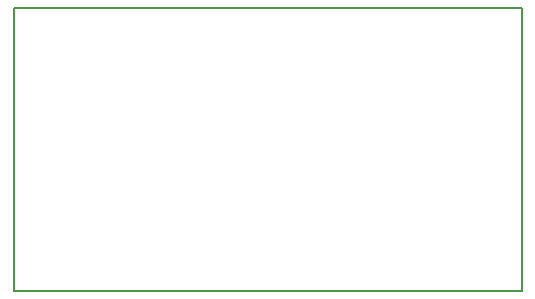
<source format=gbr>
G04 #@! TF.GenerationSoftware,KiCad,Pcbnew,(5.0.1)-4*
G04 #@! TF.CreationDate,2020-04-13T17:25:38+02:00*
G04 #@! TF.ProjectId,probe_fan,70726F62655F66616E2E6B696361645F,rev?*
G04 #@! TF.SameCoordinates,PX7641700PY6516e80*
G04 #@! TF.FileFunction,Profile,NP*
%FSLAX46Y46*%
G04 Gerber Fmt 4.6, Leading zero omitted, Abs format (unit mm)*
G04 Created by KiCad (PCBNEW (5.0.1)-4) date 13/04/2020 17:25:38*
%MOMM*%
%LPD*%
G01*
G04 APERTURE LIST*
%ADD10C,0.150000*%
G04 APERTURE END LIST*
D10*
X43000000Y0D02*
X0Y0D01*
X43000000Y24000000D02*
X43000000Y0D01*
X0Y24000000D02*
X43000000Y24000000D01*
X0Y0D02*
X0Y24000000D01*
M02*

</source>
